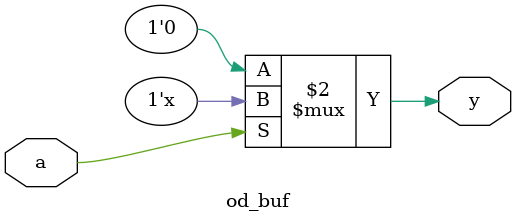
<source format=v>
`timescale 1ns/1ps

module od_buf(y, a);
    parameter delay = 2;
    input wire a;
    output wire y;

`ifdef TARGET_FPGA
    assign y = a;
`else
    assign #delay y = (a == 1'b1) ? 1'bZ : 1'b0;
`endif
endmodule

</source>
